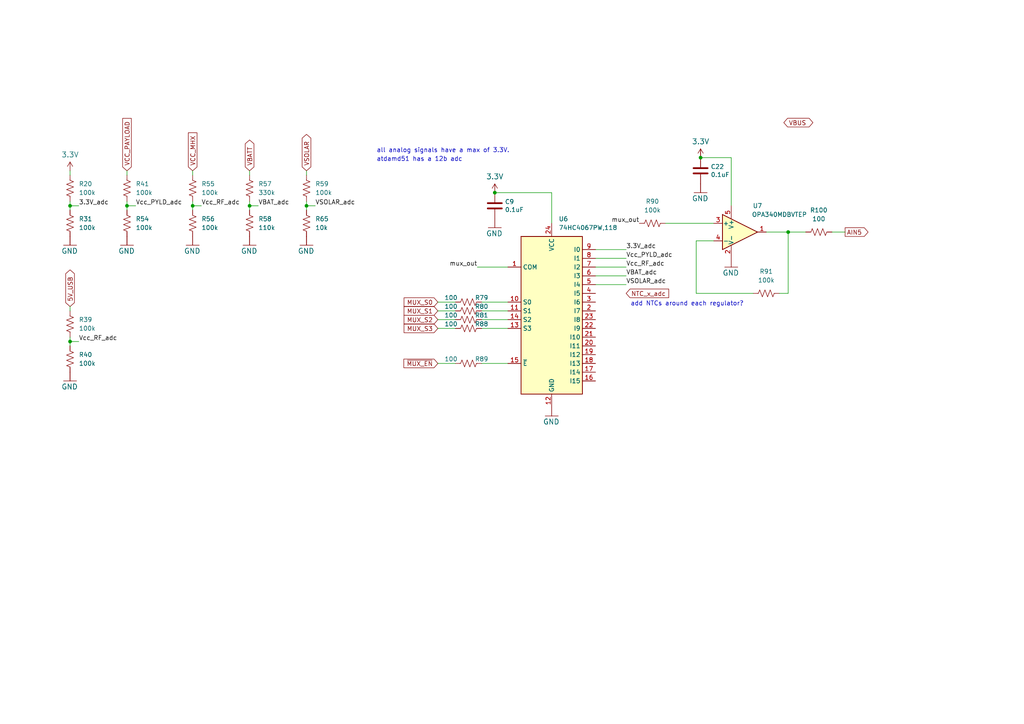
<source format=kicad_sch>
(kicad_sch (version 20211123) (generator eeschema)
  (paper "A4")
  (lib_symbols
    (symbol "74xx:CD74HC4067M"
      (property "Reference" "U" (at -8.89 22.86 0))
      (property "Value" "CD74HC4067M" (at 1.27 22.86 0))
      (symbol "CD74HC4067M_0_1"
        (rectangle (start -8.89 21.59) (end 8.89 -24.13) (stroke (width 0.254)) (fill (type background)))
      )
      (symbol "CD74HC4067M_1_1"
        (pin passive line (at -12.7 12.7 0) (length 3.81) (name "COM") (number "1"))
        (pin input line (at -12.7 2.54 0) (length 3.81) (name "S0") (number "10"))
        (pin input line (at -12.7 0 0) (length 3.81) (name "S1") (number "11"))
        (pin power_in line (at 0 -27.94 90) (length 3.81) (name "GND") (number "12"))
        (pin input line (at -12.7 -5.08 0) (length 3.81) (name "S3") (number "13"))
        (pin input line (at -12.7 -2.54 0) (length 3.81) (name "S2") (number "14"))
        (pin input line (at -12.7 -15.24 0) (length 3.81) (name "~{E}") (number "15"))
        (pin passive line (at 12.7 -20.32 180) (length 3.81) (name "I15") (number "16"))
        (pin passive line (at 12.7 -17.78 180) (length 3.81) (name "I14") (number "17"))
        (pin passive line (at 12.7 -15.24 180) (length 3.81) (name "I13") (number "18"))
        (pin passive line (at 12.7 -12.7 180) (length 3.81) (name "I12") (number "19"))
        (pin passive line (at 12.7 0 180) (length 3.81) (name "I7") (number "2"))
        (pin passive line (at 12.7 -10.16 180) (length 3.81) (name "I11") (number "20"))
        (pin passive line (at 12.7 -7.62 180) (length 3.81) (name "I10") (number "21"))
        (pin passive line (at 12.7 -5.08 180) (length 3.81) (name "I9") (number "22"))
        (pin passive line (at 12.7 -2.54 180) (length 3.81) (name "I8") (number "23"))
        (pin power_in line (at 0 25.4 270) (length 3.81) (name "VCC") (number "24"))
        (pin passive line (at 12.7 2.54 180) (length 3.81) (name "I6") (number "3"))
        (pin passive line (at 12.7 5.08 180) (length 3.81) (name "I5") (number "4"))
        (pin passive line (at 12.7 7.62 180) (length 3.81) (name "I4") (number "5"))
        (pin passive line (at 12.7 10.16 180) (length 3.81) (name "I3") (number "6"))
        (pin passive line (at 12.7 12.7 180) (length 3.81) (name "I2") (number "7"))
        (pin passive line (at 12.7 15.24 180) (length 3.81) (name "I1") (number "8"))
        (pin passive line (at 12.7 17.78 180) (length 3.81) (name "I0") (number "9"))
      )
    )
    (symbol "Amplifier_Operational:OPA340NA" (pin_names (offset 0.127))
      (property "Reference" "U" (at -1.27 6.35 0))
      (property "Value" "OPA340NA" (at -1.27 3.81 0))
      (symbol "OPA340NA_0_1"
        (polyline (pts (xy -5.08 5.08) (xy 5.08 0) (xy -5.08 -5.08) (xy -5.08 5.08)) (stroke (width 0.254)) (fill (type background)))
        (pin power_in line (at -2.54 -7.62 90) (length 3.81) (name "V-") (number "2"))
        (pin power_in line (at -2.54 7.62 270) (length 3.81) (name "V+") (number "5"))
      )
      (symbol "OPA340NA_1_1"
        (pin output line (at 7.62 0 180) (length 2.54) (name "~") (number "1"))
        (pin input line (at -7.62 2.54 0) (length 2.54) (name "+") (number "3"))
        (pin input line (at -7.62 -2.54 0) (length 2.54) (name "-") (number "4"))
      )
    )
    (symbol "Device:R_US" (pin_numbers hide) (pin_names (offset 0))
      (property "Reference" "R" (at 2.54 0 90))
      (property "Value" "R_US" (at -2.54 0 90))
      (symbol "R_US_0_1"
        (polyline (pts (xy 0 -2.286) (xy 0 -2.54)))
        (polyline (pts (xy 0 2.286) (xy 0 2.54)))
        (polyline (pts (xy 0 -0.762) (xy 1.016 -1.143) (xy 0 -1.524) (xy -1.016 -1.905) (xy 0 -2.286)))
        (polyline (pts (xy 0 0.762) (xy 1.016 0.381) (xy 0 0) (xy -1.016 -0.381) (xy 0 -0.762)))
        (polyline (pts (xy 0 2.286) (xy 1.016 1.905) (xy 0 1.524) (xy -1.016 1.143) (xy 0 0.762)))
      )
      (symbol "R_US_1_1"
        (pin passive line (at 0 3.81 270) (length 1.27) (name "~") (number "1"))
        (pin passive line (at 0 -3.81 90) (length 1.27) (name "~") (number "2"))
      )
    )
    (symbol "mainboard-rescue:C-Device-mainboard-rescue" (pin_numbers hide) (pin_names (offset 0.254))
      (property "Reference" "C" (at 0.635 2.54 0))
      (property "Value" "C-Device-mainboard-rescue" (at 0.635 -2.54 0))
      (symbol "C-Device-mainboard-rescue_0_1"
        (polyline (pts (xy -2.032 -0.762) (xy 2.032 -0.762)) (stroke (width 0.508)))
        (polyline (pts (xy -2.032 0.762) (xy 2.032 0.762)) (stroke (width 0.508)))
      )
      (symbol "C-Device-mainboard-rescue_1_1"
        (pin passive line (at 0 3.81 270) (length 2.794) (name "~") (number "1"))
        (pin passive line (at 0 -3.81 90) (length 2.794) (name "~") (number "2"))
      )
    )
    (symbol "mainboard:3.3V" (power) (pin_names (offset 1.016))
      (property "Value" "3.3V" (at -1.016 3.556 0))
      (symbol "3.3V_1_0"
        (polyline (pts (xy 0 2.54) (xy -0.762 1.27)))
        (polyline (pts (xy 0.762 1.27) (xy 0 2.54)))
        (pin power_in line (at 0 0 90) (length 2.54) (name "3.3V") (number "1"))
      )
    )
    (symbol "mainboard:GND" (power) (pin_names (offset 1.016))
      (property "Value" "GND" (at -2.54 -2.54 0))
      (symbol "GND_1_0"
        (polyline (pts (xy -1.905 0) (xy 1.905 0)))
        (pin power_in line (at 0 2.54 270) (length 2.54) (name "GND") (number "1"))
      )
    )
  )
  (junction (at 228.6 67.31))
  (junction (at 143.51 55.88))
  (junction (at 55.88 59.69))
  (junction (at 72.39 59.69))
  (junction (at 20.32 99.06))
  (junction (at 36.83 59.69))
  (junction (at 203.2 45.72))
  (junction (at 20.32 59.69))
  (junction (at 88.9 59.69))
  (wire (pts (xy 127 95.25) (xy 132.08 95.25)))
  (wire (pts (xy 138.43 77.47) (xy 147.32 77.47)))
  (wire (pts (xy 228.6 67.31) (xy 233.68 67.31)))
  (wire (pts (xy 20.32 97.79) (xy 20.32 99.06)))
  (wire (pts (xy 55.88 49.53) (xy 55.88 50.8)))
  (wire (pts (xy 88.9 59.69) (xy 88.9 60.96)))
  (wire (pts (xy 55.88 58.42) (xy 55.88 59.69)))
  (wire (pts (xy 127 92.71) (xy 132.08 92.71)))
  (wire (pts (xy 72.39 59.69) (xy 72.39 60.96)))
  (wire (pts (xy 241.3 67.31) (xy 245.11 67.31)))
  (wire (pts (xy 36.83 49.53) (xy 36.83 50.8)))
  (wire (pts (xy 172.72 77.47) (xy 181.61 77.47)))
  (wire (pts (xy 139.7 95.25) (xy 147.32 95.25)))
  (wire (pts (xy 172.72 74.93) (xy 181.61 74.93)))
  (wire (pts (xy 72.39 49.53) (xy 72.39 50.8)))
  (wire (pts (xy 36.83 59.69) (xy 39.37 59.69)))
  (wire (pts (xy 207.01 69.85) (xy 201.93 69.85)))
  (wire (pts (xy 139.7 90.17) (xy 147.32 90.17)))
  (wire (pts (xy 88.9 58.42) (xy 88.9 59.69)))
  (wire (pts (xy 226.06 85.09) (xy 228.6 85.09)))
  (wire (pts (xy 88.9 49.53) (xy 88.9 50.8)))
  (wire (pts (xy 20.32 49.53) (xy 20.32 50.8)))
  (wire (pts (xy 139.7 92.71) (xy 147.32 92.71)))
  (wire (pts (xy 36.83 59.69) (xy 36.83 60.96)))
  (wire (pts (xy 172.72 82.55) (xy 181.61 82.55)))
  (wire (pts (xy 201.93 85.09) (xy 218.44 85.09)))
  (wire (pts (xy 172.72 80.01) (xy 181.61 80.01)))
  (wire (pts (xy 55.88 59.69) (xy 58.42 59.69)))
  (wire (pts (xy 193.04 64.77) (xy 207.01 64.77)))
  (wire (pts (xy 20.32 58.42) (xy 20.32 59.69)))
  (wire (pts (xy 127 105.41) (xy 132.08 105.41)))
  (wire (pts (xy 20.32 88.9) (xy 20.32 90.17)))
  (wire (pts (xy 20.32 59.69) (xy 20.32 60.96)))
  (wire (pts (xy 20.32 99.06) (xy 20.32 100.33)))
  (wire (pts (xy 88.9 59.69) (xy 91.44 59.69)))
  (wire (pts (xy 20.32 59.69) (xy 22.86 59.69)))
  (wire (pts (xy 36.83 58.42) (xy 36.83 59.69)))
  (wire (pts (xy 143.51 55.88) (xy 160.02 55.88)))
  (wire (pts (xy 20.32 99.06) (xy 22.86 99.06)))
  (wire (pts (xy 228.6 67.31) (xy 222.25 67.31)))
  (wire (pts (xy 228.6 85.09) (xy 228.6 67.31)))
  (wire (pts (xy 212.09 45.72) (xy 212.09 59.69)))
  (wire (pts (xy 139.7 105.41) (xy 147.32 105.41)))
  (wire (pts (xy 203.2 45.72) (xy 212.09 45.72)))
  (wire (pts (xy 72.39 59.69) (xy 74.93 59.69)))
  (wire (pts (xy 127 87.63) (xy 132.08 87.63)))
  (wire (pts (xy 127 90.17) (xy 132.08 90.17)))
  (wire (pts (xy 201.93 69.85) (xy 201.93 85.09)))
  (wire (pts (xy 172.72 72.39) (xy 181.61 72.39)))
  (wire (pts (xy 55.88 59.69) (xy 55.88 60.96)))
  (wire (pts (xy 72.39 58.42) (xy 72.39 59.69)))
  (wire (pts (xy 139.7 87.63) (xy 147.32 87.63)))
  (wire (pts (xy 160.02 55.88) (xy 160.02 64.77)))
  (text "add NTCs around each regulator?" (at 182.88 88.9 0) (effects (font (size 1.27 1.27)) (justify left bottom)))
  (text "atdamd51 has a 12b adc" (at 109.22 46.99 0) (effects (font (size 1.27 1.27)) (justify left bottom)))
  (text "all analog signals have a max of 3.3V." (at 109.22 44.45 0) (effects (font (size 1.27 1.27)) (justify left bottom)))
  (label "VSOLAR_adc" (at 91.44 59.69 0))
  (label "VSOLAR_adc" (at 181.61 82.55 0))
  (label "Vcc_RF_adc" (at 58.42 59.69 0))
  (label "Vcc_RF_adc" (at 181.61 77.47 0))
  (label "Vcc_PYLD_adc" (at 39.37 59.69 0))
  (label "mux_out" (at 185.42 64.77 180))
  (label "VBAT_adc" (at 74.93 59.69 0))
  (label "Vcc_PYLD_adc" (at 181.61 74.93 0))
  (label "3.3V_adc" (at 181.61 72.39 0))
  (label "Vcc_RF_adc" (at 22.86 99.06 0))
  (label "3.3V_adc" (at 22.86 59.69 0))
  (label "mux_out" (at 138.43 77.47 180))
  (label "VBAT_adc" (at 181.61 80.01 0))
  (global_label "MUX_S2" (shape input) (at 127 92.71 180) (property "Intersheet References" "${INTERSHEET_REFS}" (effects hide)))
  (global_label "VCC_PAYLOAD" (shape input) (at 36.83 49.53 90) (property "Intersheet References" "${INTERSHEET_REFS}" (effects hide)))
  (global_label "~{MUX_EN}" (shape input) (at 127 105.41 180) (property "Intersheet References" "${INTERSHEET_REFS}" (effects hide)))
  (global_label "MUX_S0" (shape input) (at 127 87.63 180) (property "Intersheet References" "${INTERSHEET_REFS}" (effects hide)))
  (global_label "VBATT" (shape bidirectional) (at 72.39 49.53 90) (property "Intersheet References" "${INTERSHEET_REFS}" (effects hide)))
  (global_label "5V_USB" (shape bidirectional) (at 20.32 88.9 90) (property "Intersheet References" "${INTERSHEET_REFS}" (effects hide)))
  (global_label "VSOLAR" (shape bidirectional) (at 88.9 49.53 90) (property "Intersheet References" "${INTERSHEET_REFS}" (effects hide)))
  (global_label "AIN5" (shape output) (at 245.11 67.31 0) (property "Intersheet References" "${INTERSHEET_REFS}" (effects hide)))
  (global_label "MUX_S3" (shape input) (at 127 95.25 180) (property "Intersheet References" "${INTERSHEET_REFS}" (effects hide)))
  (global_label "VCC_MHX" (shape input) (at 55.88 49.53 90) (property "Intersheet References" "${INTERSHEET_REFS}" (effects hide)))
  (global_label "VBUS" (shape bidirectional) (at 227.33 35.56 0) (property "Intersheet References" "${INTERSHEET_REFS}" (effects hide)))
  (global_label "MUX_S1" (shape input) (at 127 90.17 180) (property "Intersheet References" "${INTERSHEET_REFS}" (effects hide)))
  (global_label "NTC_x_adc" (shape input) (at 181.61 85.09 0) (property "Intersheet References" "${INTERSHEET_REFS}" (effects hide)))
  (symbol (lib_id "mainboard:GND") (at 160.02 120.65 0) (unit 1)
    (property "Reference" "#GND0114" (effects hide))
    (property "Value" "GND" (at 157.48 123.19 0) (effects (font (size 1.4986 1.4986)) (justify left bottom)))
  )
  (symbol (lib_id "mainboard:GND") (at 72.39 71.12 0) (unit 1)
    (property "Reference" "#GND0155" (effects hide))
    (property "Value" "GND" (at 69.85 73.66 0) (effects (font (size 1.4986 1.4986)) (justify left bottom)))
  )
  (symbol (lib_id "Device:R_US") (at 135.89 87.63 90) (unit 1)
    (property "Reference" "R79" (at 139.7 86.36 90))
    (property "Value" "100" (at 130.81 86.36 90))
    (property "Footprint" "Resistor_SMD:R_0603_1608Metric" (effects hide))
  )
  (symbol (lib_id "mainboard:GND") (at 20.32 110.49 0) (unit 1)
    (property "Reference" "#GND0150" (effects hide))
    (property "Value" "GND" (at 17.78 113.03 0) (effects (font (size 1.4986 1.4986)) (justify left bottom)))
  )
  (symbol (lib_id "Device:R_US") (at 55.88 64.77 0) (unit 1)
    (property "Reference" "R56" (at 58.42 63.4999 0) (effects (justify left)))
    (property "Value" "100k" (at 58.42 66.0399 0) (effects (justify left)))
    (property "Footprint" "Resistor_SMD:R_0603_1608Metric" (effects hide))
  )
  (symbol (lib_id "mainboard:3.3V") (at 203.2 45.72 0) (unit 1)
    (property "Reference" "#SUPPLY0125" (effects hide))
    (property "Value" "3.3V" (at 200.66 41.91 0) (effects (font (size 1.4986 1.4986)) (justify left bottom)))
  )
  (symbol (lib_id "Device:R_US") (at 135.89 95.25 90) (unit 1)
    (property "Reference" "R88" (at 139.7 93.98 90))
    (property "Value" "100" (at 130.81 93.98 90))
    (property "Footprint" "Resistor_SMD:R_0603_1608Metric" (effects hide))
  )
  (symbol (lib_id "Device:R_US") (at 36.83 64.77 0) (unit 1)
    (property "Reference" "R54" (at 39.37 63.4999 0) (effects (justify left)))
    (property "Value" "100k" (at 39.37 66.0399 0) (effects (justify left)))
    (property "Footprint" "Resistor_SMD:R_0603_1608Metric" (effects hide))
  )
  (symbol (lib_id "Device:R_US") (at 20.32 64.77 0) (unit 1)
    (property "Reference" "R31" (at 22.86 63.4999 0) (effects (justify left)))
    (property "Value" "100k" (at 22.86 66.0399 0) (effects (justify left)))
    (property "Footprint" "Resistor_SMD:R_0603_1608Metric" (effects hide))
  )
  (symbol (lib_id "mainboard:GND") (at 143.51 66.04 0) (unit 1)
    (property "Reference" "#GND0115" (effects hide))
    (property "Value" "GND" (at 140.97 68.58 0) (effects (font (size 1.4986 1.4986)) (justify left bottom)))
  )
  (symbol (lib_id "Device:R_US") (at 135.89 92.71 90) (unit 1)
    (property "Reference" "R81" (at 139.7 91.44 90))
    (property "Value" "100" (at 130.81 91.44 90))
    (property "Footprint" "Resistor_SMD:R_0603_1608Metric" (effects hide))
  )
  (symbol (lib_id "mainboard:3.3V") (at 20.32 49.53 0) (unit 1)
    (property "Reference" "#SUPPLY0126" (effects hide))
    (property "Value" "3.3V" (at 17.78 45.72 0) (effects (font (size 1.4986 1.4986)) (justify left bottom)))
  )
  (symbol (lib_id "mainboard:3.3V") (at 143.51 55.88 0) (unit 1)
    (property "Reference" "#SUPPLY0115" (effects hide))
    (property "Value" "3.3V" (at 140.97 52.07 0) (effects (font (size 1.4986 1.4986)) (justify left bottom)))
  )
  (symbol (lib_id "Device:R_US") (at 55.88 54.61 0) (unit 1)
    (property "Reference" "R55" (at 58.42 53.3399 0) (effects (justify left)))
    (property "Value" "100k" (at 58.42 55.8799 0) (effects (justify left)))
    (property "Footprint" "Resistor_SMD:R_0603_1608Metric" (effects hide))
  )
  (symbol (lib_id "mainboard-rescue:C-Device-mainboard-rescue") (at 143.51 59.69 0) (unit 1)
    (property "Reference" "C9" (at 146.431 58.5216 0) (effects (justify left)))
    (property "Value" "0.1uF" (at 146.431 60.833 0) (effects (justify left)))
    (property "Footprint" "Capacitor_SMD:C_0603_1608Metric" (effects hide))
  )
  (symbol (lib_id "74xx:CD74HC4067M") (at 160.02 90.17 0) (unit 1)
    (property "Reference" "U6" (at 162.0394 63.5 0) (effects (justify left)))
    (property "Value" "74HC4067PW,118" (at 162.0394 66.04 0) (effects (justify left)))
    (property "Footprint" "Package_SO:TSSOP-24_4.4x7.8mm_P0.65mm" (effects hide))
  )
  (symbol (lib_id "mainboard:GND") (at 36.83 71.12 0) (unit 1)
    (property "Reference" "#GND0123" (effects hide))
    (property "Value" "GND" (at 34.29 73.66 0) (effects (font (size 1.4986 1.4986)) (justify left bottom)))
  )
  (symbol (lib_id "Device:R_US") (at 135.89 105.41 90) (unit 1)
    (property "Reference" "R89" (at 139.7 104.14 90))
    (property "Value" "100" (at 130.81 104.14 90))
    (property "Footprint" "Resistor_SMD:R_0603_1608Metric" (effects hide))
  )
  (symbol (lib_id "mainboard:GND") (at 88.9 71.12 0) (unit 1)
    (property "Reference" "#GND0157" (effects hide))
    (property "Value" "GND" (at 86.36 73.66 0) (effects (font (size 1.4986 1.4986)) (justify left bottom)))
  )
  (symbol (lib_id "Device:R_US") (at 88.9 54.61 0) (unit 1)
    (property "Reference" "R59" (at 91.44 53.3399 0) (effects (justify left)))
    (property "Value" "100k" (at 91.44 55.8799 0) (effects (justify left)))
    (property "Footprint" "Resistor_SMD:R_0603_1608Metric" (effects hide))
  )
  (symbol (lib_id "mainboard:GND") (at 203.2 55.88 0) (unit 1)
    (property "Reference" "#GND0116" (effects hide))
    (property "Value" "GND" (at 200.66 58.42 0) (effects (font (size 1.4986 1.4986)) (justify left bottom)))
  )
  (symbol (lib_id "Device:R_US") (at 237.49 67.31 90) (unit 1)
    (property "Reference" "R100" (at 237.49 60.96 90))
    (property "Value" "100" (at 237.49 63.5 90))
    (property "Footprint" "Resistor_SMD:R_0603_1608Metric" (effects hide))
  )
  (symbol (lib_id "Device:R_US") (at 222.25 85.09 90) (unit 1)
    (property "Reference" "R91" (at 222.25 78.74 90))
    (property "Value" "100k" (at 222.25 81.28 90))
    (property "Footprint" "Resistor_SMD:R_0603_1608Metric" (effects hide))
  )
  (symbol (lib_id "mainboard:GND") (at 55.88 71.12 0) (unit 1)
    (property "Reference" "#GND0151" (effects hide))
    (property "Value" "GND" (at 53.34 73.66 0) (effects (font (size 1.4986 1.4986)) (justify left bottom)))
  )
  (symbol (lib_id "Amplifier_Operational:OPA340NA") (at 214.63 67.31 0) (unit 1)
    (property "Reference" "U7" (at 219.71 59.69 0))
    (property "Value" "OPA340MDBVTEP" (at 226.06 62.23 0))
    (property "Footprint" "Package_TO_SOT_SMD:SOT-23-5" (effects hide))
  )
  (symbol (lib_id "mainboard:GND") (at 212.09 77.47 0) (unit 1)
    (property "Reference" "#GND0120" (effects hide))
    (property "Value" "GND" (at 209.55 80.01 0) (effects (font (size 1.4986 1.4986)) (justify left bottom)))
  )
  (symbol (lib_id "Device:R_US") (at 20.32 104.14 0) (unit 1)
    (property "Reference" "R40" (at 22.86 102.8699 0) (effects (justify left)))
    (property "Value" "100k" (at 22.86 105.4099 0) (effects (justify left)))
    (property "Footprint" "Resistor_SMD:R_0603_1608Metric" (effects hide))
  )
  (symbol (lib_id "Device:R_US") (at 88.9 64.77 0) (unit 1)
    (property "Reference" "R65" (at 91.44 63.4999 0) (effects (justify left)))
    (property "Value" "10k" (at 91.44 66.0399 0) (effects (justify left)))
    (property "Footprint" "Resistor_SMD:R_0603_1608Metric" (effects hide))
  )
  (symbol (lib_id "Device:R_US") (at 135.89 90.17 90) (unit 1)
    (property "Reference" "R80" (at 139.7 88.9 90))
    (property "Value" "100" (at 130.81 88.9 90))
    (property "Footprint" "Resistor_SMD:R_0603_1608Metric" (effects hide))
  )
  (symbol (lib_id "Device:R_US") (at 72.39 64.77 0) (unit 1)
    (property "Reference" "R58" (at 74.93 63.4999 0) (effects (justify left)))
    (property "Value" "110k" (at 74.93 66.0399 0) (effects (justify left)))
    (property "Footprint" "Resistor_SMD:R_0603_1608Metric" (effects hide))
  )
  (symbol (lib_id "Device:R_US") (at 20.32 93.98 0) (unit 1)
    (property "Reference" "R39" (at 22.86 92.7099 0) (effects (justify left)))
    (property "Value" "100k" (at 22.86 95.2499 0) (effects (justify left)))
    (property "Footprint" "Resistor_SMD:R_0603_1608Metric" (effects hide))
  )
  (symbol (lib_id "Device:R_US") (at 189.23 64.77 90) (unit 1)
    (property "Reference" "R90" (at 189.23 58.42 90))
    (property "Value" "100k" (at 189.23 60.96 90))
    (property "Footprint" "Resistor_SMD:R_0603_1608Metric" (effects hide))
  )
  (symbol (lib_id "Device:R_US") (at 72.39 54.61 0) (unit 1)
    (property "Reference" "R57" (at 74.93 53.3399 0) (effects (justify left)))
    (property "Value" "330k" (at 74.93 55.8799 0) (effects (justify left)))
    (property "Footprint" "Resistor_SMD:R_0603_1608Metric" (effects hide))
  )
  (symbol (lib_id "Device:R_US") (at 20.32 54.61 0) (unit 1)
    (property "Reference" "R20" (at 22.86 53.3399 0) (effects (justify left)))
    (property "Value" "100k" (at 22.86 55.8799 0) (effects (justify left)))
    (property "Footprint" "Resistor_SMD:R_0603_1608Metric" (effects hide))
  )
  (symbol (lib_id "mainboard-rescue:C-Device-mainboard-rescue") (at 203.2 49.53 0) (unit 1)
    (property "Reference" "C22" (at 206.121 48.3616 0) (effects (justify left)))
    (property "Value" "0.1uF" (at 206.121 50.673 0) (effects (justify left)))
    (property "Footprint" "Capacitor_SMD:C_0603_1608Metric" (effects hide))
  )
  (symbol (lib_id "mainboard:GND") (at 20.32 71.12 0) (unit 1)
    (property "Reference" "#GND0127" (effects hide))
    (property "Value" "GND" (at 17.78 73.66 0) (effects (font (size 1.4986 1.4986)) (justify left bottom)))
  )
  (symbol (lib_id "Device:R_US") (at 36.83 54.61 0) (unit 1)
    (property "Reference" "R41" (at 39.37 53.3399 0) (effects (justify left)))
    (property "Value" "100k" (at 39.37 55.8799 0) (effects (justify left)))
    (property "Footprint" "Resistor_SMD:R_0603_1608Metric" (effects hide))
  )
)
</source>
